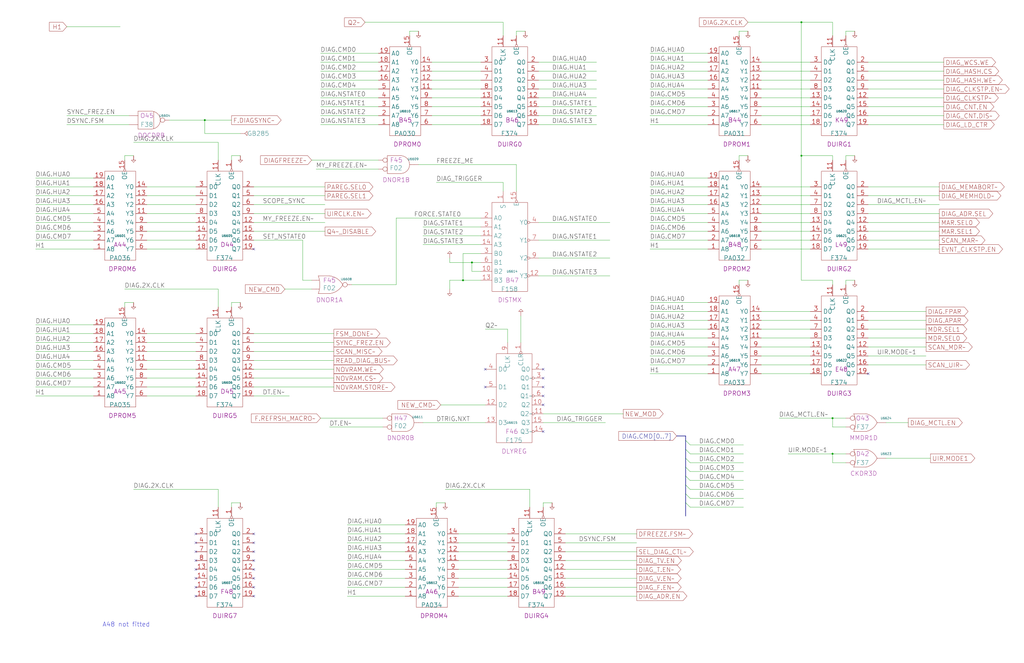
<source format=kicad_sch>
(kicad_sch (version 20230121) (generator eeschema)
  (paper "User" 584.2 378.46)
  (title_block (title "DIAGNOSTIC PROCESSOR") (date "20-MAR-90") (rev "1.0") (comment 1 "FIU") (comment 2 "232-003065") (comment 3 "S400") (comment 4 "RELEASED"))
  (junction (at 269.24 149.86))
  (junction (at 264.16 160.02))
  (junction (at 457.2 88.9))
  (junction (at 457.2 12.7))
  (junction (at 474.98 238.76))
  (junction (at 474.98 259.08))
  (junction (at 116.84 68.58))
  (no_connect (at 111.76 320.04))
  (no_connect (at 111.76 335.28))
  (no_connect (at 144.78 304.8))
  (no_connect (at 309.88 246.38))
  (no_connect (at 111.76 325.12))
  (no_connect (at 309.88 231.14))
  (no_connect (at 276.86 210.82))
  (no_connect (at 144.78 335.28))
  (no_connect (at 144.78 330.2))
  (no_connect (at 144.78 340.36))
  (no_connect (at 144.78 142.24))
  (no_connect (at 111.76 330.2))
  (no_connect (at 309.88 226.06))
  (no_connect (at 144.78 314.96))
  (no_connect (at 111.76 314.96))
  (no_connect (at 276.86 220.98))
  (no_connect (at 495.3 213.36))
  (no_connect (at 111.76 309.88))
  (no_connect (at 309.88 220.98))
  (no_connect (at 144.78 320.04))
  (no_connect (at 309.88 215.9))
  (no_connect (at 111.76 304.8))
  (no_connect (at 144.78 309.88))
  (no_connect (at 144.78 325.12))
  (no_connect (at 309.88 210.82))
  (no_connect (at 111.76 340.36))
  (bus_entry (at 391.16 271.78) (size 2.54 2.54))
  (bus_entry (at 391.16 251.46) (size 2.54 2.54))
  (bus_entry (at 391.16 281.94) (size 2.54 2.54))
  (bus_entry (at 391.16 256.54) (size 2.54 2.54))
  (bus_entry (at 391.16 266.7) (size 2.54 2.54))
  (bus_entry (at 391.16 287.02) (size 2.54 2.54))
  (bus_entry (at 391.16 261.62) (size 2.54 2.54))
  (bus_entry (at 391.16 276.86) (size 2.54 2.54))
  (wire (pts (xy 251.46 231.14) (xy 276.86 231.14)))
  (wire (pts (xy 482.6 17.78) (xy 482.6 20.32)))
  (wire (pts (xy 269.24 154.94) (xy 269.24 149.86)))
  (wire (pts (xy 426.72 17.78) (xy 421.64 17.78)))
  (wire (pts (xy 426.72 88.9) (xy 421.64 88.9)))
  (wire (pts (xy 144.78 205.74) (xy 190.5 205.74)))
  (wire (pts (xy 495.3 132.08) (xy 535.94 132.08)))
  (wire (pts (xy 83.82 132.08) (xy 111.76 132.08)))
  (bus (pts (xy 391.16 256.54) (xy 391.16 261.62)))
  (wire (pts (xy 198.12 309.88) (xy 231.14 309.88)))
  (wire (pts (xy 83.82 200.66) (xy 111.76 200.66)))
  (wire (pts (xy 307.34 147.32) (xy 347.98 147.32)))
  (wire (pts (xy 198.12 340.36) (xy 231.14 340.36)))
  (wire (pts (xy 20.32 101.6) (xy 53.34 101.6)))
  (wire (pts (xy 20.32 142.24) (xy 53.34 142.24)))
  (wire (pts (xy 309.88 236.22) (xy 355.6 236.22)))
  (wire (pts (xy 444.5 238.76) (xy 474.98 238.76)))
  (wire (pts (xy 307.34 137.16) (xy 347.98 137.16)))
  (wire (pts (xy 137.16 287.02) (xy 132.08 287.02)))
  (wire (pts (xy 144.78 127) (xy 185.42 127)))
  (wire (pts (xy 116.84 68.58) (xy 132.08 68.58)))
  (wire (pts (xy 226.06 162.56) (xy 200.66 162.56)))
  (wire (pts (xy 287.02 20.32) (xy 287.02 12.7)))
  (wire (pts (xy 144.78 210.82) (xy 190.5 210.82)))
  (wire (pts (xy 274.32 160.02) (xy 264.16 160.02)))
  (wire (pts (xy 274.32 149.86) (xy 269.24 149.86)))
  (wire (pts (xy 370.84 111.76) (xy 403.86 111.76)))
  (wire (pts (xy 421.64 160.02) (xy 421.64 162.56)))
  (wire (pts (xy 20.32 116.84) (xy 53.34 116.84)))
  (wire (pts (xy 434.34 50.8) (xy 462.28 50.8)))
  (wire (pts (xy 144.78 220.98) (xy 190.5 220.98)))
  (wire (pts (xy 434.34 71.12) (xy 462.28 71.12)))
  (wire (pts (xy 261.62 340.36) (xy 289.56 340.36)))
  (wire (pts (xy 20.32 132.08) (xy 53.34 132.08)))
  (wire (pts (xy 307.34 50.8) (xy 340.36 50.8)))
  (wire (pts (xy 144.78 215.9) (xy 190.5 215.9)))
  (wire (pts (xy 314.96 287.02) (xy 309.88 287.02)))
  (wire (pts (xy 307.34 66.04) (xy 340.36 66.04)))
  (wire (pts (xy 241.3 241.3) (xy 276.86 241.3)))
  (wire (pts (xy 246.38 55.88) (xy 274.32 55.88)))
  (wire (pts (xy 124.46 289.56) (xy 124.46 279.4)))
  (wire (pts (xy 495.3 193.04) (xy 528.32 193.04)))
  (wire (pts (xy 370.84 101.6) (xy 403.86 101.6)))
  (wire (pts (xy 144.78 200.66) (xy 190.5 200.66)))
  (wire (pts (xy 238.76 93.98) (xy 294.64 93.98)))
  (wire (pts (xy 76.2 81.28) (xy 124.46 81.28)))
  (bus (pts (xy 386.08 248.92) (xy 391.16 248.92)))
  (wire (pts (xy 83.82 210.82) (xy 111.76 210.82)))
  (wire (pts (xy 393.7 254) (xy 424.18 254)))
  (wire (pts (xy 487.68 160.02) (xy 482.6 160.02)))
  (wire (pts (xy 144.78 116.84) (xy 185.42 116.84)))
  (wire (pts (xy 474.98 91.44) (xy 474.98 88.9)))
  (wire (pts (xy 274.32 124.46) (xy 226.06 124.46)))
  (wire (pts (xy 307.34 40.64) (xy 340.36 40.64)))
  (wire (pts (xy 495.3 137.16) (xy 535.94 137.16)))
  (wire (pts (xy 198.12 299.72) (xy 231.14 299.72)))
  (wire (pts (xy 309.88 287.02) (xy 309.88 289.56)))
  (wire (pts (xy 261.62 304.8) (xy 289.56 304.8)))
  (wire (pts (xy 20.32 210.82) (xy 53.34 210.82)))
  (wire (pts (xy 495.3 66.04) (xy 538.48 66.04)))
  (wire (pts (xy 177.8 91.44) (xy 215.9 91.44)))
  (wire (pts (xy 307.34 35.56) (xy 340.36 35.56)))
  (wire (pts (xy 495.3 203.2) (xy 528.32 203.2)))
  (wire (pts (xy 172.72 160.02) (xy 172.72 137.16)))
  (wire (pts (xy 20.32 137.16) (xy 53.34 137.16)))
  (wire (pts (xy 261.62 330.2) (xy 289.56 330.2)))
  (wire (pts (xy 83.82 137.16) (xy 111.76 137.16)))
  (wire (pts (xy 434.34 55.88) (xy 462.28 55.88)))
  (wire (pts (xy 137.16 172.72) (xy 132.08 172.72)))
  (wire (pts (xy 370.84 106.68) (xy 403.86 106.68)))
  (wire (pts (xy 434.34 60.96) (xy 462.28 60.96)))
  (wire (pts (xy 246.38 35.56) (xy 274.32 35.56)))
  (bus (pts (xy 391.16 266.7) (xy 391.16 271.78)))
  (wire (pts (xy 302.26 289.56) (xy 302.26 279.4)))
  (wire (pts (xy 83.82 106.68) (xy 111.76 106.68)))
  (wire (pts (xy 370.84 71.12) (xy 403.86 71.12)))
  (wire (pts (xy 241.3 129.54) (xy 274.32 129.54)))
  (wire (pts (xy 83.82 111.76) (xy 111.76 111.76)))
  (wire (pts (xy 434.34 177.8) (xy 462.28 177.8)))
  (wire (pts (xy 474.98 264.16) (xy 474.98 259.08)))
  (wire (pts (xy 83.82 190.5) (xy 111.76 190.5)))
  (wire (pts (xy 208.28 12.7) (xy 287.02 12.7)))
  (wire (pts (xy 241.3 134.62) (xy 274.32 134.62)))
  (wire (pts (xy 83.82 127) (xy 111.76 127)))
  (wire (pts (xy 393.7 279.4) (xy 424.18 279.4)))
  (wire (pts (xy 38.1 15.24) (xy 68.58 15.24)))
  (wire (pts (xy 370.84 182.88) (xy 403.86 182.88)))
  (wire (pts (xy 261.62 325.12) (xy 289.56 325.12)))
  (wire (pts (xy 83.82 142.24) (xy 111.76 142.24)))
  (wire (pts (xy 180.34 96.52) (xy 215.9 96.52)))
  (wire (pts (xy 254 279.4) (xy 302.26 279.4)))
  (wire (pts (xy 287.02 109.22) (xy 287.02 104.14)))
  (wire (pts (xy 322.58 320.04) (xy 363.22 320.04)))
  (wire (pts (xy 322.58 335.28) (xy 363.22 335.28)))
  (wire (pts (xy 370.84 127) (xy 403.86 127)))
  (wire (pts (xy 20.32 195.58) (xy 53.34 195.58)))
  (wire (pts (xy 294.64 17.78) (xy 294.64 20.32)))
  (wire (pts (xy 370.84 55.88) (xy 403.86 55.88)))
  (wire (pts (xy 370.84 121.92) (xy 403.86 121.92)))
  (wire (pts (xy 144.78 226.06) (xy 165.1 226.06)))
  (wire (pts (xy 370.84 172.72) (xy 403.86 172.72)))
  (wire (pts (xy 274.32 154.94) (xy 269.24 154.94)))
  (wire (pts (xy 238.76 17.78) (xy 233.68 17.78)))
  (wire (pts (xy 137.16 88.9) (xy 132.08 88.9)))
  (wire (pts (xy 370.84 137.16) (xy 403.86 137.16)))
  (wire (pts (xy 307.34 157.48) (xy 347.98 157.48)))
  (wire (pts (xy 370.84 187.96) (xy 403.86 187.96)))
  (wire (pts (xy 20.32 200.66) (xy 53.34 200.66)))
  (wire (pts (xy 421.64 88.9) (xy 421.64 91.44)))
  (wire (pts (xy 144.78 111.76) (xy 185.42 111.76)))
  (wire (pts (xy 434.34 132.08) (xy 462.28 132.08)))
  (wire (pts (xy 505.46 261.62) (xy 530.86 261.62)))
  (wire (pts (xy 370.84 198.12) (xy 403.86 198.12)))
  (wire (pts (xy 457.2 12.7) (xy 457.2 88.9)))
  (wire (pts (xy 495.3 111.76) (xy 535.94 111.76)))
  (wire (pts (xy 71.12 88.9) (xy 71.12 91.44)))
  (wire (pts (xy 426.72 160.02) (xy 421.64 160.02)))
  (wire (pts (xy 71.12 172.72) (xy 71.12 175.26)))
  (wire (pts (xy 495.3 116.84) (xy 535.94 116.84)))
  (wire (pts (xy 20.32 121.92) (xy 53.34 121.92)))
  (wire (pts (xy 322.58 314.96) (xy 363.22 314.96)))
  (wire (pts (xy 495.3 55.88) (xy 538.48 55.88)))
  (wire (pts (xy 434.34 193.04) (xy 462.28 193.04)))
  (wire (pts (xy 495.3 187.96) (xy 528.32 187.96)))
  (wire (pts (xy 370.84 45.72) (xy 403.86 45.72)))
  (wire (pts (xy 474.98 238.76) (xy 482.6 238.76)))
  (wire (pts (xy 182.88 55.88) (xy 215.9 55.88)))
  (wire (pts (xy 246.38 66.04) (xy 274.32 66.04)))
  (wire (pts (xy 182.88 50.8) (xy 215.9 50.8)))
  (wire (pts (xy 370.84 142.24) (xy 403.86 142.24)))
  (wire (pts (xy 421.64 17.78) (xy 421.64 20.32)))
  (wire (pts (xy 434.34 182.88) (xy 462.28 182.88)))
  (wire (pts (xy 495.3 106.68) (xy 535.94 106.68)))
  (wire (pts (xy 198.12 325.12) (xy 231.14 325.12)))
  (wire (pts (xy 20.32 220.98) (xy 53.34 220.98)))
  (wire (pts (xy 393.7 264.16) (xy 424.18 264.16)))
  (wire (pts (xy 495.3 182.88) (xy 528.32 182.88)))
  (wire (pts (xy 20.32 226.06) (xy 53.34 226.06)))
  (wire (pts (xy 370.84 50.8) (xy 403.86 50.8)))
  (wire (pts (xy 434.34 106.68) (xy 462.28 106.68)))
  (wire (pts (xy 307.34 45.72) (xy 340.36 45.72)))
  (wire (pts (xy 182.88 40.64) (xy 215.9 40.64)))
  (wire (pts (xy 144.78 195.58) (xy 190.5 195.58)))
  (bus (pts (xy 391.16 281.94) (xy 391.16 287.02)))
  (wire (pts (xy 20.32 111.76) (xy 53.34 111.76)))
  (wire (pts (xy 449.58 259.08) (xy 474.98 259.08)))
  (wire (pts (xy 495.3 71.12) (xy 538.48 71.12)))
  (wire (pts (xy 124.46 175.26) (xy 124.46 165.1)))
  (wire (pts (xy 495.3 208.28) (xy 528.32 208.28)))
  (wire (pts (xy 116.84 76.2) (xy 116.84 68.58)))
  (wire (pts (xy 434.34 208.28) (xy 462.28 208.28)))
  (wire (pts (xy 495.3 50.8) (xy 538.48 50.8)))
  (wire (pts (xy 76.2 88.9) (xy 71.12 88.9)))
  (bus (pts (xy 391.16 261.62) (xy 391.16 266.7)))
  (wire (pts (xy 83.82 121.92) (xy 111.76 121.92)))
  (wire (pts (xy 246.38 60.96) (xy 274.32 60.96)))
  (wire (pts (xy 495.3 40.64) (xy 538.48 40.64)))
  (wire (pts (xy 264.16 160.02) (xy 256.54 160.02)))
  (wire (pts (xy 124.46 91.44) (xy 124.46 81.28)))
  (wire (pts (xy 144.78 132.08) (xy 185.42 132.08)))
  (wire (pts (xy 20.32 190.5) (xy 53.34 190.5)))
  (wire (pts (xy 370.84 193.04) (xy 403.86 193.04)))
  (wire (pts (xy 434.34 203.2) (xy 462.28 203.2)))
  (bus (pts (xy 391.16 276.86) (xy 391.16 281.94)))
  (wire (pts (xy 370.84 30.48) (xy 403.86 30.48)))
  (wire (pts (xy 294.64 109.22) (xy 294.64 93.98)))
  (wire (pts (xy 370.84 213.36) (xy 403.86 213.36)))
  (wire (pts (xy 264.16 144.78) (xy 264.16 160.02)))
  (wire (pts (xy 370.84 60.96) (xy 403.86 60.96)))
  (wire (pts (xy 474.98 160.02) (xy 457.2 160.02)))
  (wire (pts (xy 457.2 12.7) (xy 474.98 12.7)))
  (wire (pts (xy 261.62 320.04) (xy 289.56 320.04)))
  (wire (pts (xy 370.84 66.04) (xy 403.86 66.04)))
  (wire (pts (xy 434.34 40.64) (xy 462.28 40.64)))
  (wire (pts (xy 198.12 304.8) (xy 231.14 304.8)))
  (wire (pts (xy 20.32 127) (xy 53.34 127)))
  (wire (pts (xy 274.32 144.78) (xy 264.16 144.78)))
  (wire (pts (xy 495.3 45.72) (xy 538.48 45.72)))
  (wire (pts (xy 474.98 20.32) (xy 474.98 12.7)))
  (wire (pts (xy 495.3 142.24) (xy 535.94 142.24)))
  (wire (pts (xy 393.7 284.48) (xy 424.18 284.48)))
  (wire (pts (xy 322.58 340.36) (xy 363.22 340.36)))
  (wire (pts (xy 495.3 127) (xy 535.94 127)))
  (wire (pts (xy 299.72 17.78) (xy 294.64 17.78)))
  (wire (pts (xy 393.7 274.32) (xy 424.18 274.32)))
  (wire (pts (xy 434.34 116.84) (xy 462.28 116.84)))
  (wire (pts (xy 182.88 66.04) (xy 215.9 66.04)))
  (wire (pts (xy 182.88 45.72) (xy 215.9 45.72)))
  (wire (pts (xy 132.08 172.72) (xy 132.08 175.26)))
  (wire (pts (xy 83.82 195.58) (xy 111.76 195.58)))
  (wire (pts (xy 457.2 88.9) (xy 474.98 88.9)))
  (bus (pts (xy 391.16 287.02) (xy 391.16 294.64)))
  (wire (pts (xy 261.62 335.28) (xy 289.56 335.28)))
  (wire (pts (xy 434.34 213.36) (xy 462.28 213.36)))
  (wire (pts (xy 482.6 88.9) (xy 482.6 91.44)))
  (wire (pts (xy 20.32 215.9) (xy 53.34 215.9)))
  (wire (pts (xy 20.32 205.74) (xy 53.34 205.74)))
  (wire (pts (xy 38.1 71.12) (xy 73.66 71.12)))
  (wire (pts (xy 248.92 287.02) (xy 248.92 289.56)))
  (wire (pts (xy 269.24 149.86) (xy 256.54 149.86)))
  (wire (pts (xy 370.84 203.2) (xy 403.86 203.2)))
  (wire (pts (xy 495.3 60.96) (xy 538.48 60.96)))
  (wire (pts (xy 20.32 106.68) (xy 53.34 106.68)))
  (wire (pts (xy 71.12 165.1) (xy 124.46 165.1)))
  (wire (pts (xy 297.18 195.58) (xy 297.18 180.34)))
  (wire (pts (xy 370.84 177.8) (xy 403.86 177.8)))
  (wire (pts (xy 198.12 335.28) (xy 231.14 335.28)))
  (wire (pts (xy 233.68 17.78) (xy 233.68 20.32)))
  (wire (pts (xy 182.88 30.48) (xy 215.9 30.48)))
  (bus (pts (xy 391.16 248.92) (xy 391.16 251.46)))
  (wire (pts (xy 370.84 116.84) (xy 403.86 116.84)))
  (wire (pts (xy 254 287.02) (xy 248.92 287.02)))
  (wire (pts (xy 370.84 132.08) (xy 403.86 132.08)))
  (wire (pts (xy 256.54 149.86) (xy 256.54 147.32)))
  (wire (pts (xy 322.58 325.12) (xy 363.22 325.12)))
  (wire (pts (xy 307.34 127) (xy 347.98 127)))
  (wire (pts (xy 83.82 116.84) (xy 111.76 116.84)))
  (wire (pts (xy 307.34 71.12) (xy 340.36 71.12)))
  (wire (pts (xy 322.58 330.2) (xy 363.22 330.2)))
  (wire (pts (xy 457.2 88.9) (xy 457.2 160.02)))
  (wire (pts (xy 198.12 314.96) (xy 231.14 314.96)))
  (wire (pts (xy 256.54 160.02) (xy 256.54 165.1)))
  (wire (pts (xy 370.84 35.56) (xy 403.86 35.56)))
  (wire (pts (xy 495.3 177.8) (xy 528.32 177.8)))
  (wire (pts (xy 187.96 243.84) (xy 218.44 243.84)))
  (wire (pts (xy 474.98 243.84) (xy 474.98 238.76)))
  (wire (pts (xy 261.62 314.96) (xy 289.56 314.96)))
  (wire (pts (xy 241.3 139.7) (xy 274.32 139.7)))
  (wire (pts (xy 20.32 185.42) (xy 53.34 185.42)))
  (bus (pts (xy 391.16 251.46) (xy 391.16 256.54)))
  (wire (pts (xy 487.68 17.78) (xy 482.6 17.78)))
  (wire (pts (xy 495.3 198.12) (xy 528.32 198.12)))
  (wire (pts (xy 370.84 208.28) (xy 403.86 208.28)))
  (wire (pts (xy 132.08 88.9) (xy 132.08 91.44)))
  (wire (pts (xy 198.12 330.2) (xy 231.14 330.2)))
  (wire (pts (xy 83.82 205.74) (xy 111.76 205.74)))
  (wire (pts (xy 132.08 287.02) (xy 132.08 289.56)))
  (wire (pts (xy 434.34 66.04) (xy 462.28 66.04)))
  (wire (pts (xy 198.12 320.04) (xy 231.14 320.04)))
  (wire (pts (xy 246.38 40.64) (xy 274.32 40.64)))
  (wire (pts (xy 393.7 259.08) (xy 424.18 259.08)))
  (wire (pts (xy 307.34 60.96) (xy 340.36 60.96)))
  (wire (pts (xy 434.34 111.76) (xy 462.28 111.76)))
  (wire (pts (xy 137.16 76.2) (xy 116.84 76.2)))
  (wire (pts (xy 434.34 187.96) (xy 462.28 187.96)))
  (wire (pts (xy 144.78 190.5) (xy 190.5 190.5)))
  (wire (pts (xy 246.38 50.8) (xy 274.32 50.8)))
  (wire (pts (xy 307.34 55.88) (xy 340.36 55.88)))
  (wire (pts (xy 182.88 35.56) (xy 215.9 35.56)))
  (wire (pts (xy 495.3 35.56) (xy 538.48 35.56)))
  (bus (pts (xy 391.16 271.78) (xy 391.16 276.86)))
  (wire (pts (xy 226.06 124.46) (xy 226.06 162.56)))
  (wire (pts (xy 482.6 160.02) (xy 482.6 162.56)))
  (wire (pts (xy 434.34 198.12) (xy 462.28 198.12)))
  (wire (pts (xy 482.6 243.84) (xy 474.98 243.84)))
  (wire (pts (xy 289.56 195.58) (xy 289.56 187.96)))
  (wire (pts (xy 434.34 35.56) (xy 462.28 35.56)))
  (wire (pts (xy 246.38 71.12) (xy 274.32 71.12)))
  (wire (pts (xy 76.2 279.4) (xy 124.46 279.4)))
  (wire (pts (xy 393.7 289.56) (xy 424.18 289.56)))
  (wire (pts (xy 261.62 309.88) (xy 289.56 309.88)))
  (wire (pts (xy 322.58 304.8) (xy 363.22 304.8)))
  (wire (pts (xy 182.88 71.12) (xy 215.9 71.12)))
  (wire (pts (xy 434.34 45.72) (xy 462.28 45.72)))
  (wire (pts (xy 495.3 121.92) (xy 535.94 121.92)))
  (wire (pts (xy 434.34 142.24) (xy 462.28 142.24)))
  (wire (pts (xy 426.72 12.7) (xy 457.2 12.7)))
  (wire (pts (xy 83.82 226.06) (xy 111.76 226.06)))
  (wire (pts (xy 482.6 264.16) (xy 474.98 264.16)))
  (wire (pts (xy 474.98 162.56) (xy 474.98 160.02)))
  (wire (pts (xy 83.82 220.98) (xy 111.76 220.98)))
  (wire (pts (xy 172.72 137.16) (xy 144.78 137.16)))
  (wire (pts (xy 96.52 68.58) (xy 116.84 68.58)))
  (wire (pts (xy 434.34 127) (xy 462.28 127)))
  (wire (pts (xy 144.78 121.92) (xy 185.42 121.92)))
  (wire (pts (xy 474.98 259.08) (xy 482.6 259.08)))
  (wire (pts (xy 434.34 121.92) (xy 462.28 121.92)))
  (wire (pts (xy 144.78 106.68) (xy 185.42 106.68)))
  (wire (pts (xy 370.84 40.64) (xy 403.86 40.64)))
  (wire (pts (xy 246.38 45.72) (xy 274.32 45.72)))
  (wire (pts (xy 309.88 241.3) (xy 345.44 241.3)))
  (wire (pts (xy 83.82 215.9) (xy 111.76 215.9)))
  (wire (pts (xy 434.34 137.16) (xy 462.28 137.16)))
  (wire (pts (xy 76.2 172.72) (xy 71.12 172.72)))
  (wire (pts (xy 248.92 104.14) (xy 287.02 104.14)))
  (wire (pts (xy 487.68 88.9) (xy 482.6 88.9)))
  (wire (pts (xy 505.46 241.3) (xy 518.16 241.3)))
  (wire (pts (xy 182.88 60.96) (xy 215.9 60.96)))
  (wire (pts (xy 38.1 66.04) (xy 73.66 66.04)))
  (wire (pts (xy 182.88 238.76) (xy 218.44 238.76)))
  (wire (pts (xy 393.7 269.24) (xy 424.18 269.24)))
  (wire (pts (xy 162.56 165.1) (xy 177.8 165.1)))
  (wire (pts (xy 276.86 187.96) (xy 289.56 187.96)))
  (wire (pts (xy 322.58 309.88) (xy 363.22 309.88)))
  (wire (pts (xy 177.8 160.02) (xy 172.72 160.02)))
  (text "A48 not fitted\n" (at 58.42 358.14 0) (effects (font (size 2.54 2.54)) (justify left bottom)))
  (label "DIAG.CMD4" (at 398.78 274.32 0) (effects (font (size 2.54 2.54))))
  (label "DIAG.HUA4" (at 20.32 205.74 0) (effects (font (size 2.54 2.54))))
  (label "DT.EN~" (at 187.96 243.84 0) (effects (font (size 2.54 2.54))))
  (label "DIAG.HUA3" (at 20.32 200.66 0) (effects (font (size 2.54 2.54))))
  (label "DIAG.CMD7" (at 198.12 335.28 0) (effects (font (size 2.54 2.54))))
  (label "DIAG.STATE3" (at 241.3 139.7 0) (effects (font (size 2.54 2.54))))
  (label "DTRIG.NXT" (at 248.92 241.3 0) (effects (font (size 2.54 2.54))))
  (label "DIAG.HUA3" (at 314.96 50.8 0) (effects (font (size 2.54 2.54))))
  (label "DIAG.HUA0" (at 370.84 172.72 0) (effects (font (size 2.54 2.54))))
  (label "DIAG.CMD6" (at 370.84 203.2 0) (effects (font (size 2.54 2.54))))
  (label "DIAG.NSTATE3" (at 314.96 157.48 0) (effects (font (size 2.54 2.54))))
  (label "DIAG.CMD5" (at 20.32 210.82 0) (effects (font (size 2.54 2.54))))
  (label "DIAG.NSTATE1" (at 182.88 60.96 0) (effects (font (size 2.54 2.54))))
  (label "DT.EN~" (at 149.86 226.06 0) (effects (font (size 2.54 2.54))))
  (label "DIAG.STATE1" (at 241.3 129.54 0) (effects (font (size 2.54 2.54))))
  (label "DIAG.CMD3" (at 398.78 269.24 0) (effects (font (size 2.54 2.54))))
  (label "H1" (at 20.32 226.06 0) (effects (font (size 2.54 2.54))))
  (label "DIAG.HUA2" (at 198.12 309.88 0) (effects (font (size 2.54 2.54))))
  (label "UIR.MODE~1" (at 500.38 203.2 0) (effects (font (size 2.54 2.54))))
  (label "DIAG.HUA3" (at 198.12 314.96 0) (effects (font (size 2.54 2.54))))
  (label "DIAG.HUA2" (at 370.84 182.88 0) (effects (font (size 2.54 2.54))))
  (label "DIAG.HUA3" (at 370.84 116.84 0) (effects (font (size 2.54 2.54))))
  (label "DIAG.CMD6" (at 398.78 284.48 0) (effects (font (size 2.54 2.54))))
  (label "DIAG.HUA1" (at 370.84 177.8 0) (effects (font (size 2.54 2.54))))
  (label "H1" (at 370.84 71.12 0) (effects (font (size 2.54 2.54))))
  (label "DIAG.HUA4" (at 370.84 50.8 0) (effects (font (size 2.54 2.54))))
  (label "DIAG.CMD6" (at 370.84 132.08 0) (effects (font (size 2.54 2.54))))
  (label "MY_FREEZE.EN~" (at 149.86 127 0) (effects (font (size 2.54 2.54))))
  (label "DIAG.HUA3" (at 370.84 45.72 0) (effects (font (size 2.54 2.54))))
  (label "MY_FREEZE.EN~" (at 180.34 96.52 0) (effects (font (size 2.54 2.54))))
  (label "DIAG.CMD0" (at 182.88 30.48 0) (effects (font (size 2.54 2.54))))
  (label "DIAG.CMD5" (at 370.84 198.12 0) (effects (font (size 2.54 2.54))))
  (label "DIAG.NSTATE0" (at 182.88 55.88 0) (effects (font (size 2.54 2.54))))
  (label "SYNC_FREZ.EN" (at 38.1 66.04 0) (effects (font (size 2.54 2.54))))
  (label "SET_NSTATE0" (at 149.86 137.16 0) (effects (font (size 2.54 2.54))))
  (label "DIAG.2X.CLK" (at 71.12 165.1 0) (effects (font (size 2.54 2.54))))
  (label "DIAG.2X.CLK" (at 76.2 81.28 0) (effects (font (size 2.54 2.54))))
  (label "DIAG.HUA1" (at 20.32 190.5 0) (effects (font (size 2.54 2.54))))
  (label "H1" (at 370.84 142.24 0) (effects (font (size 2.54 2.54))))
  (label "DIAG.CMD6" (at 20.32 215.9 0) (effects (font (size 2.54 2.54))))
  (label "DIAG.NSTATE2" (at 314.96 147.32 0) (effects (font (size 2.54 2.54))))
  (label "DIAG.CMD2" (at 398.78 264.16 0) (effects (font (size 2.54 2.54))))
  (label "H1" (at 370.84 213.36 0) (effects (font (size 2.54 2.54))))
  (label "DIAG.STATE1" (at 314.96 60.96 0) (effects (font (size 2.54 2.54))))
  (label "DIAG.NSTATE3" (at 182.88 71.12 0) (effects (font (size 2.54 2.54))))
  (label "DIAG.HUA1" (at 198.12 304.8 0) (effects (font (size 2.54 2.54))))
  (label "DIAG.CMD7" (at 398.78 289.56 0) (effects (font (size 2.54 2.54))))
  (label "DIAG.NSTATE1" (at 314.96 137.16 0) (effects (font (size 2.54 2.54))))
  (label "DIAG.NSTATE2" (at 182.88 66.04 0) (effects (font (size 2.54 2.54))))
  (label "DIAG.CMD7" (at 20.32 137.16 0) (effects (font (size 2.54 2.54))))
  (label "DIAG.CMD7" (at 370.84 208.28 0) (effects (font (size 2.54 2.54))))
  (label "DIAG_TRIGGER" (at 317.5 241.3 0) (effects (font (size 2.54 2.54))))
  (label "DIAG.2X.CLK" (at 254 279.4 0) (effects (font (size 2.54 2.54))))
  (label "DIAG.HUA1" (at 370.84 106.68 0) (effects (font (size 2.54 2.54))))
  (label "SCOPE_SYNC" (at 149.86 116.84 0) (effects (font (size 2.54 2.54))))
  (label "DIAG.HUA0" (at 20.32 101.6 0) (effects (font (size 2.54 2.54))))
  (label "DIAG.CMD5" (at 370.84 55.88 0) (effects (font (size 2.54 2.54))))
  (label "H1" (at 20.32 142.24 0) (effects (font (size 2.54 2.54))))
  (label "H1" (at 198.12 340.36 0) (effects (font (size 2.54 2.54))))
  (label "DIAG.HUA3" (at 370.84 187.96 0) (effects (font (size 2.54 2.54))))
  (label "DIAG.CMD4" (at 182.88 50.8 0) (effects (font (size 2.54 2.54))))
  (label "FREEZE_ME" (at 248.92 93.98 0) (effects (font (size 2.54 2.54))))
  (label "DSYNC.FSM" (at 38.1 71.12 0) (effects (font (size 2.54 2.54))))
  (label "DIAG.2X.CLK" (at 76.2 279.4 0) (effects (font (size 2.54 2.54))))
  (label "DIAG.STATE2" (at 241.3 134.62 0) (effects (font (size 2.54 2.54))))
  (label "DIAG.CMD7" (at 370.84 137.16 0) (effects (font (size 2.54 2.54))))
  (label "DIAG.HUA2" (at 20.32 111.76 0) (effects (font (size 2.54 2.54))))
  (label "DIAG.STATE2" (at 314.96 66.04 0) (effects (font (size 2.54 2.54))))
  (label "DIAG.HUA4" (at 370.84 121.92 0) (effects (font (size 2.54 2.54))))
  (label "DIAG.CMD5" (at 370.84 127 0) (effects (font (size 2.54 2.54))))
  (label "DIAG.CMD7" (at 370.84 66.04 0) (effects (font (size 2.54 2.54))))
  (label "DIAG_MCTL.EN~" (at 500.38 116.84 0) (effects (font (size 2.54 2.54))))
  (label "DIAG.HUA1" (at 370.84 35.56 0) (effects (font (size 2.54 2.54))))
  (label "DSYNC.FSM" (at 330.2 309.88 0) (effects (font (size 2.54 2.54))))
  (label "DIAG.HUA3" (at 20.32 116.84 0) (effects (font (size 2.54 2.54))))
  (label "Q2~" (at 276.86 187.96 0) (effects (font (size 2.54 2.54))))
  (label "UIR.MODE~1" (at 449.58 259.08 0) (effects (font (size 2.54 2.54))))
  (label "DIAG.HUA2" (at 20.32 195.58 0) (effects (font (size 2.54 2.54))))
  (label "DIAG.HUA2" (at 370.84 111.76 0) (effects (font (size 2.54 2.54))))
  (label "DIAG.CMD3" (at 182.88 45.72 0) (effects (font (size 2.54 2.54))))
  (label "DIAG.HUA0" (at 20.32 185.42 0) (effects (font (size 2.54 2.54))))
  (label "DIAG.CMD2" (at 182.88 40.64 0) (effects (font (size 2.54 2.54))))
  (label "DIAG_TRIGGER" (at 248.92 104.14 0) (effects (font (size 2.54 2.54))))
  (label "DIAG.HUA2" (at 370.84 40.64 0) (effects (font (size 2.54 2.54))))
  (label "DIAG.NSTATE0" (at 314.96 127 0) (effects (font (size 2.54 2.54))))
  (label "DIAG.HUA2" (at 314.96 45.72 0) (effects (font (size 2.54 2.54))))
  (label "DIAG.HUA1" (at 20.32 106.68 0) (effects (font (size 2.54 2.54))))
  (label "DIAG.CMD6" (at 20.32 132.08 0) (effects (font (size 2.54 2.54))))
  (label "DIAG.CMD1" (at 398.78 259.08 0) (effects (font (size 2.54 2.54))))
  (label "DIAG.HUA4" (at 20.32 121.92 0) (effects (font (size 2.54 2.54))))
  (label "DIAG.CMD6" (at 198.12 330.2 0) (effects (font (size 2.54 2.54))))
  (label "DIAG.HUA1" (at 314.96 40.64 0) (effects (font (size 2.54 2.54))))
  (label "DIAG.HUA4" (at 314.96 55.88 0) (effects (font (size 2.54 2.54))))
  (label "DIAG.CMD5" (at 20.32 127 0) (effects (font (size 2.54 2.54))))
  (label "DIAG.HUA0" (at 198.12 299.72 0) (effects (font (size 2.54 2.54))))
  (label "DIAG.CMD7" (at 20.32 220.98 0) (effects (font (size 2.54 2.54))))
  (label "DIAG.CMD0" (at 398.78 254 0) (effects (font (size 2.54 2.54))))
  (label "DIAG.HUA0" (at 314.96 35.56 0) (effects (font (size 2.54 2.54))))
  (label "DIAG.HUA4" (at 370.84 193.04 0) (effects (font (size 2.54 2.54))))
  (label "DIAG.HUA0" (at 370.84 30.48 0) (effects (font (size 2.54 2.54))))
  (label "DIAG.STATE3" (at 314.96 71.12 0) (effects (font (size 2.54 2.54))))
  (label "DIAG.CMD1" (at 182.88 35.56 0) (effects (font (size 2.54 2.54))))
  (label "DIAG.CMD5" (at 198.12 325.12 0) (effects (font (size 2.54 2.54))))
  (label "FORCE.STATE0" (at 236.22 124.46 0) (effects (font (size 2.54 2.54))))
  (label "DIAG.HUA0" (at 370.84 101.6 0) (effects (font (size 2.54 2.54))))
  (label "DIAG.CMD6" (at 370.84 60.96 0) (effects (font (size 2.54 2.54))))
  (label "DIAG.HUA4" (at 198.12 320.04 0) (effects (font (size 2.54 2.54))))
  (label "DIAG.CMD5" (at 398.78 279.4 0) (effects (font (size 2.54 2.54))))
  (label "DIAG_MCTL.EN~" (at 444.5 238.76 0) (effects (font (size 2.54 2.54))))
  (global_label "DIAG_ADR.EN" (shape output) (at 363.22 340.36 0) (effects (font (size 2.54 2.54))) (property "Intersheetrefs" "${INTERSHEET_REFS}" (at 391.6831 340.2013 0) (effects (font (size 1.905 1.905)) (justify left))))
  (global_label "SEL_DIAG_CTL~" (shape output) (at 363.22 314.96 0) (effects (font (size 2.54 2.54))) (property "Intersheetrefs" "${INTERSHEET_REFS}" (at 395.3117 314.8013 0) (effects (font (size 1.905 1.905)) (justify left))))
  (global_label "UIRCLK.EN~" (shape output) (at 185.42 121.92 0) (effects (font (size 2.54 2.54))) (property "Intersheetrefs" "${INTERSHEET_REFS}" (at 211.585 121.7613 0) (effects (font (size 1.905 1.905)) (justify left))))
  (global_label "SCAN_MDR~" (shape output) (at 528.32 198.12 0) (effects (font (size 2.54 2.54))) (property "Intersheetrefs" "${INTERSHEET_REFS}" (at 554.485 197.9613 0) (effects (font (size 1.905 1.905)) (justify left))))
  (global_label "DIAG_MEMABORT~" (shape output) (at 535.94 106.68 0) (effects (font (size 2.54 2.54))) (property "Intersheetrefs" "${INTERSHEET_REFS}" (at 572.7488 106.5213 0) (effects (font (size 1.905 1.905)) (justify left))))
  (global_label "DIAGFREEZE~" (shape input) (at 177.8 91.44 180) (effects (font (size 2.54 2.54))) (property "Intersheetrefs" "${INTERSHEET_REFS}" (at 148.8531 91.2813 0) (effects (font (size 1.905 1.905)) (justify right))))
  (global_label "DIAG_CNT.EN" (shape output) (at 538.48 60.96 0) (effects (font (size 2.54 2.54))) (property "Intersheetrefs" "${INTERSHEET_REFS}" (at 566.8222 60.8013 0) (effects (font (size 1.905 1.905)) (justify left))))
  (global_label "DIAG_V.EN~" (shape output) (at 363.22 330.2 0) (effects (font (size 2.54 2.54))) (property "Intersheetrefs" "${INTERSHEET_REFS}" (at 388.4174 330.0413 0) (effects (font (size 1.905 1.905)) (justify left))))
  (global_label "DIAG.FPAR" (shape output) (at 528.32 177.8 0) (effects (font (size 2.54 2.54))) (property "Intersheetrefs" "${INTERSHEET_REFS}" (at 552.066 177.6413 0) (effects (font (size 1.905 1.905)) (justify left))))
  (global_label "Q2~" (shape input) (at 208.28 12.7 180) (effects (font (size 2.54 2.54))) (property "Intersheetrefs" "${INTERSHEET_REFS}" (at 196.7502 12.5413 0) (effects (font (size 1.905 1.905)) (justify right))))
  (global_label "DIAG_MCTL.EN" (shape output) (at 518.16 241.3 0) (effects (font (size 2.54 2.54))) (property "Intersheetrefs" "${INTERSHEET_REFS}" (at 548.8003 241.1413 0) (effects (font (size 1.905 1.905)) (justify left))))
  (global_label "NEW_CMD" (shape input) (at 162.56 165.1 180) (effects (font (size 2.54 2.54))) (property "Intersheetrefs" "${INTERSHEET_REFS}" (at 140.1445 164.9413 0) (effects (font (size 1.905 1.905)) (justify right))))
  (global_label "NEW_CMD~" (shape input) (at 251.46 231.14 180) (effects (font (size 2.54 2.54))) (property "Intersheetrefs" "${INTERSHEET_REFS}" (at 227.2302 230.9813 0) (effects (font (size 1.905 1.905)) (justify right))))
  (global_label "H1" (shape input) (at 38.1 15.24 180) (effects (font (size 2.54 2.54))) (property "Intersheetrefs" "${INTERSHEET_REFS}" (at 28.3845 15.0813 0) (effects (font (size 1.905 1.905)) (justify right))))
  (global_label "F.REFRSH_MACRO~" (shape input) (at 182.88 238.76 180) (effects (font (size 2.54 2.54))) (property "Intersheetrefs" "${INTERSHEET_REFS}" (at 143.4616 238.6013 0) (effects (font (size 1.905 1.905)) (justify right))))
  (global_label "MDR.SEL0" (shape output) (at 528.32 193.04 0) (effects (font (size 2.54 2.54))) (property "Intersheetrefs" "${INTERSHEET_REFS}" (at 551.3403 192.8813 0) (effects (font (size 1.905 1.905)) (justify left))))
  (global_label "SCAN_MISC~" (shape output) (at 190.5 200.66 0) (effects (font (size 2.54 2.54))) (property "Intersheetrefs" "${INTERSHEET_REFS}" (at 217.7536 200.5013 0) (effects (font (size 1.905 1.905)) (justify left))))
  (global_label "DIAG_WCS.WE" (shape output) (at 538.48 35.56 0) (effects (font (size 2.54 2.54))) (property "Intersheetrefs" "${INTERSHEET_REFS}" (at 567.7898 35.4013 0) (effects (font (size 1.905 1.905)) (justify left))))
  (global_label "DIAG_T.EN~" (shape output) (at 363.22 325.12 0) (effects (font (size 2.54 2.54))) (property "Intersheetrefs" "${INTERSHEET_REFS}" (at 388.1755 324.9613 0) (effects (font (size 1.905 1.905)) (justify left))))
  (global_label "DIAG_CNT.DIS~" (shape output) (at 538.48 66.04 0) (effects (font (size 2.54 2.54))) (property "Intersheetrefs" "${INTERSHEET_REFS}" (at 569.846 65.8813 0) (effects (font (size 1.905 1.905)) (justify left))))
  (global_label "DIAG_HASH.WE~" (shape output) (at 538.48 45.72 0) (effects (font (size 2.54 2.54))) (property "Intersheetrefs" "${INTERSHEET_REFS}" (at 571.6603 45.5613 0) (effects (font (size 1.905 1.905)) (justify left))))
  (global_label "Q4~_DISABLE" (shape output) (at 185.42 132.08 0) (effects (font (size 2.54 2.54))) (property "Intersheetrefs" "${INTERSHEET_REFS}" (at 214.3155 131.9213 0) (effects (font (size 1.905 1.905)) (justify left))))
  (global_label "DIAG_ADR.SEL" (shape output) (at 535.94 121.92 0) (effects (font (size 2.54 2.54))) (property "Intersheetrefs" "${INTERSHEET_REFS}" (at 566.2174 121.7613 0) (effects (font (size 1.905 1.905)) (justify left))))
  (global_label "DIAG_LD_CTR" (shape output) (at 538.48 71.12 0) (effects (font (size 2.54 2.54))) (property "Intersheetrefs" "${INTERSHEET_REFS}" (at 567.0641 70.9613 0) (effects (font (size 1.905 1.905)) (justify left))))
  (global_label "EVNT_CLKSTP.EN" (shape output) (at 535.94 142.24 0) (effects (font (size 2.54 2.54))) (property "Intersheetrefs" "${INTERSHEET_REFS}" (at 571.7812 142.0813 0) (effects (font (size 1.905 1.905)) (justify left))))
  (global_label "SCAN_UIR~" (shape output) (at 528.32 208.28 0) (effects (font (size 2.54 2.54))) (property "Intersheetrefs" "${INTERSHEET_REFS}" (at 552.9126 208.1213 0) (effects (font (size 1.905 1.905)) (justify left))))
  (global_label "MDR.SEL1" (shape output) (at 528.32 187.96 0) (effects (font (size 2.54 2.54))) (property "Intersheetrefs" "${INTERSHEET_REFS}" (at 551.3403 187.8013 0) (effects (font (size 1.905 1.905)) (justify left))))
  (global_label "MAR.SEL0" (shape output) (at 535.94 127 0) (effects (font (size 2.54 2.54))) (property "Intersheetrefs" "${INTERSHEET_REFS}" (at 558.5974 126.8413 0) (effects (font (size 1.905 1.905)) (justify left))))
  (global_label "DIAG_CLKSTP~" (shape output) (at 538.48 55.88 0) (effects (font (size 2.54 2.54))) (property "Intersheetrefs" "${INTERSHEET_REFS}" (at 569.3622 55.7213 0) (effects (font (size 1.905 1.905)) (justify left))))
  (global_label "MAR.SEL1" (shape output) (at 535.94 132.08 0) (effects (font (size 2.54 2.54))) (property "Intersheetrefs" "${INTERSHEET_REFS}" (at 558.5974 131.9213 0) (effects (font (size 1.905 1.905)) (justify left))))
  (global_label "DIAG.APAR" (shape output) (at 528.32 182.88 0) (effects (font (size 2.54 2.54))) (property "Intersheetrefs" "${INTERSHEET_REFS}" (at 552.066 182.7213 0) (effects (font (size 1.905 1.905)) (justify left))))
  (global_label "DIAG_CLKSTP.EN~" (shape output) (at 538.48 50.8 0) (effects (font (size 2.54 2.54))) (property "Intersheetrefs" "${INTERSHEET_REFS}" (at 575.5307 50.6413 0) (effects (font (size 1.905 1.905)) (justify left))))
  (global_label "NOVRAM.STORE~" (shape output) (at 190.5 220.98 0) (effects (font (size 2.54 2.54))) (property "Intersheetrefs" "${INTERSHEET_REFS}" (at 225.1317 220.8213 0) (effects (font (size 1.905 1.905)) (justify left))))
  (global_label "DIAG_MEMHOLD~" (shape output) (at 535.94 111.76 0) (effects (font (size 2.54 2.54))) (property "Intersheetrefs" "${INTERSHEET_REFS}" (at 570.8136 111.6013 0) (effects (font (size 1.905 1.905)) (justify left))))
  (global_label "NEW_MOD" (shape output) (at 355.6 236.22 0) (effects (font (size 2.54 2.54))) (property "Intersheetrefs" "${INTERSHEET_REFS}" (at 378.1365 236.0613 0) (effects (font (size 1.905 1.905)) (justify left))))
  (global_label "SCAN_MAR~" (shape output) (at 535.94 137.16 0) (effects (font (size 2.54 2.54))) (property "Intersheetrefs" "${INTERSHEET_REFS}" (at 561.7422 137.0013 0) (effects (font (size 1.905 1.905)) (justify left))))
  (global_label "NOVRAM.CS~" (shape output) (at 190.5 215.9 0) (effects (font (size 2.54 2.54))) (property "Intersheetrefs" "${INTERSHEET_REFS}" (at 218.2374 215.7413 0) (effects (font (size 1.905 1.905)) (justify left))))
  (global_label "DIAG_F.EN~" (shape output) (at 363.22 335.28 0) (effects (font (size 2.54 2.54))) (property "Intersheetrefs" "${INTERSHEET_REFS}" (at 388.4174 335.1213 0) (effects (font (size 1.905 1.905)) (justify left))))
  (global_label "DIAG.CMD[0..7]" (shape input) (at 386.08 248.92 180) (effects (font (size 2.54 2.54))) (property "Intersheetrefs" "${INTERSHEET_REFS}" (at 353.1416 248.7613 0) (effects (font (size 1.905 1.905)) (justify right))))
  (global_label "DIAG_TV.EN" (shape output) (at 363.22 320.04 0) (effects (font (size 2.54 2.54))) (property "Intersheetrefs" "${INTERSHEET_REFS}" (at 388.5384 319.8813 0) (effects (font (size 1.905 1.905)) (justify left))))
  (global_label "UIR.MODE1" (shape output) (at 530.86 261.62 0) (effects (font (size 2.54 2.54))) (property "Intersheetrefs" "${INTERSHEET_REFS}" (at 556.127 261.4613 0) (effects (font (size 1.905 1.905)) (justify left))))
  (global_label "DIAG_HASH.CS" (shape output) (at 538.48 40.64 0) (effects (font (size 2.54 2.54))) (property "Intersheetrefs" "${INTERSHEET_REFS}" (at 569.7946 40.4813 0) (effects (font (size 1.905 1.905)) (justify left))))
  (global_label "DFREEZE.FSM~" (shape output) (at 363.22 304.8 0) (effects (font (size 2.54 2.54))) (property "Intersheetrefs" "${INTERSHEET_REFS}" (at 394.9488 304.6413 0) (effects (font (size 1.905 1.905)) (justify left))))
  (global_label "SYNC_FREZ.EN" (shape output) (at 190.5 195.58 0) (effects (font (size 2.54 2.54))) (property "Intersheetrefs" "${INTERSHEET_REFS}" (at 222.4707 195.4213 0) (effects (font (size 1.905 1.905)) (justify left))))
  (global_label "DIAG.2X.CLK" (shape input) (at 426.72 12.7 180) (effects (font (size 2.54 2.54))) (property "Intersheetrefs" "${INTERSHEET_REFS}" (at 399.2245 12.5413 0) (effects (font (size 1.905 1.905)) (justify right))))
  (global_label "FSM_DONE~" (shape output) (at 190.5 190.5 0) (effects (font (size 2.54 2.54))) (property "Intersheetrefs" "${INTERSHEET_REFS}" (at 216.5441 190.3413 0) (effects (font (size 1.905 1.905)) (justify left))))
  (global_label "PAREG.SEL0" (shape output) (at 185.42 106.68 0) (effects (font (size 2.54 2.54))) (property "Intersheetrefs" "${INTERSHEET_REFS}" (at 212.5526 106.5213 0) (effects (font (size 1.905 1.905)) (justify left))))
  (global_label "NOVRAM.WE~" (shape output) (at 190.5 210.82 0) (effects (font (size 2.54 2.54))) (property "Intersheetrefs" "${INTERSHEET_REFS}" (at 218.4793 210.6613 0) (effects (font (size 1.905 1.905)) (justify left))))
  (global_label "PAREG.SEL1" (shape output) (at 185.42 111.76 0) (effects (font (size 2.54 2.54))) (property "Intersheetrefs" "${INTERSHEET_REFS}" (at 212.5526 111.6013 0) (effects (font (size 1.905 1.905)) (justify left))))
  (global_label "READ_DIAG_BUS~" (shape output) (at 190.5 205.74 0) (effects (font (size 2.54 2.54))) (property "Intersheetrefs" "${INTERSHEET_REFS}" (at 226.4622 205.5813 0) (effects (font (size 1.905 1.905)) (justify left))))
  (global_label "F.DIAGSYNC~" (shape output) (at 132.08 68.58 0) (effects (font (size 2.54 2.54))) (property "Intersheetrefs" "${INTERSHEET_REFS}" (at 160.1803 68.4213 0) (effects (font (size 1.905 1.905)) (justify left))))
  (symbol (lib_id "r1000:PAxxx") (at 416.56 68.58 0) (unit 1)
    (property "Reference" "U6617" (at 419.1 63.5 0))
    (property "Value" "PA031" (at 412.75 76.2 0) (effects (font (size 2.54 2.54)) (justify left)))
    (property "Location" "B44" (at 415.29 68.58 0) (effects (font (size 2.54 2.54)) (justify left)))
    (property "Name" "DPROM1" (at 420.37 83.82 0) (effects (font (size 2.54 2.54)) (justify bottom)))
  )
  (symbol (lib_id "r1000:PD") (at 426.72 160.02 0) (unit 1) (in_bom no)
    (property "Reference" "#PWR0222" (effects hide))
    (property "Value" "PD" (effects hide))
  )
  (symbol (lib_id "r1000:F374") (at 477.52 139.7 0) (unit 1)
    (property "Reference" "U6621" (at 480.06 134.62 0))
    (property "Value" "F374" (at 473.71 147.32 0) (effects (font (size 2.54 2.54)) (justify left)))
    (property "Location" "L49" (at 476.25 139.7 0) (effects (font (size 2.54 2.54)) (justify left)))
    (property "Name" "DUIRG2" (at 478.79 154.94 0) (effects (font (size 2.54 2.54)) (justify bottom)))
  )
  (symbol (lib_id "r1000:F02") (at 223.52 91.44 0) (unit 1) (convert 2)
    (property "Reference" "U6609" (at 235.68 90.805 0))
    (property "Value" "F02" (at 222.25 95.885 0) (effects (font (size 2.54 2.54)) (justify left)))
    (property "Location" "F45" (at 226.06 91.44 0) (effects (font (size 2.54 2.54))))
    (property "Name" "DNOR1B" (at 226.06 104.14 0) (effects (font (size 2.54 2.54)) (justify bottom)))
  )
  (symbol (lib_id "r1000:PD") (at 76.2 172.72 0) (unit 1) (in_bom no)
    (property "Reference" "#PWR0225" (effects hide))
    (property "Value" "PD" (effects hide))
  )
  (symbol (lib_id "r1000:F374") (at 477.52 68.58 0) (unit 1)
    (property "Reference" "U6620" (at 480.06 63.5 0))
    (property "Value" "F374" (at 473.71 76.2 0) (effects (font (size 2.54 2.54)) (justify left)))
    (property "Location" "K49" (at 476.25 68.58 0) (effects (font (size 2.54 2.54)) (justify left)))
    (property "Name" "DUIRG1" (at 478.79 83.82 0) (effects (font (size 2.54 2.54)) (justify bottom)))
  )
  (symbol (lib_id "r1000:F175") (at 289.56 246.38 0) (unit 1)
    (property "Reference" "U6615" (at 292.1 241.3 0))
    (property "Value" "F175" (at 288.29 251.46 0) (effects (font (size 2.54 2.54)) (justify left)))
    (property "Location" "F46" (at 288.29 246.38 0) (effects (font (size 2.54 2.54)) (justify left)))
    (property "Name" "DLYREG" (at 293.37 259.08 0) (effects (font (size 2.54 2.54)) (justify bottom)))
  )
  (symbol (lib_id "r1000:PD") (at 137.16 172.72 0) (unit 1) (in_bom no)
    (property "Reference" "#PWR0226" (effects hide))
    (property "Value" "PD" (effects hide))
  )
  (symbol (lib_id "r1000:PD") (at 254 287.02 0) (unit 1) (in_bom no)
    (property "Reference" "#PWR0224" (effects hide))
    (property "Value" "PD" (effects hide))
  )
  (symbol (lib_id "r1000:PD") (at 487.68 160.02 0) (unit 1) (in_bom no)
    (property "Reference" "#PWR0221" (effects hide))
    (property "Value" "PD" (effects hide))
  )
  (symbol (lib_id "r1000:PAxxx") (at 416.56 210.82 0) (unit 1)
    (property "Reference" "U6619" (at 419.1 205.74 0))
    (property "Value" "PA033" (at 412.75 218.44 0) (effects (font (size 2.54 2.54)) (justify left)))
    (property "Location" "A47" (at 415.29 210.82 0) (effects (font (size 2.54 2.54)) (justify left)))
    (property "Name" "DPROM3" (at 420.37 226.06 0) (effects (font (size 2.54 2.54)) (justify bottom)))
  )
  (symbol (lib_id "r1000:F374") (at 127 337.82 0) (unit 1)
    (property "Reference" "U6607" (at 129.54 332.74 0))
    (property "Value" "F374" (at 123.19 345.44 0) (effects (font (size 2.54 2.54)) (justify left)))
    (property "Location" "F48" (at 125.73 337.82 0) (effects (font (size 2.54 2.54)) (justify left)))
    (property "Name" "DUIRG7" (at 128.27 353.06 0) (effects (font (size 2.54 2.54)) (justify bottom)))
  )
  (symbol (lib_id "r1000:PD") (at 487.68 88.9 0) (unit 1) (in_bom no)
    (property "Reference" "#PWR0219" (effects hide))
    (property "Value" "PD" (effects hide))
  )
  (symbol (lib_id "r1000:F374") (at 477.52 210.82 0) (unit 1)
    (property "Reference" "U6622" (at 480.06 205.74 0))
    (property "Value" "F374" (at 473.71 218.44 0) (effects (font (size 2.54 2.54)) (justify left)))
    (property "Location" "E48" (at 476.25 210.82 0) (effects (font (size 2.54 2.54)) (justify left)))
    (property "Name" "DUIRG3" (at 478.79 226.06 0) (effects (font (size 2.54 2.54)) (justify bottom)))
  )
  (symbol (lib_id "r1000:F374") (at 127 139.7 0) (unit 1)
    (property "Reference" "U6605" (at 129.54 134.62 0))
    (property "Value" "F374" (at 123.19 147.32 0) (effects (font (size 2.54 2.54)) (justify left)))
    (property "Location" "D44" (at 125.73 139.7 0) (effects (font (size 2.54 2.54)) (justify left)))
    (property "Name" "DUIRG6" (at 128.27 154.94 0) (effects (font (size 2.54 2.54)) (justify bottom)))
  )
  (symbol (lib_id "r1000:PD") (at 76.2 88.9 0) (unit 1) (in_bom no)
    (property "Reference" "#PWR0227" (effects hide))
    (property "Value" "PD" (effects hide))
  )
  (symbol (lib_id "r1000:F38") (at 81.28 68.58 0) (unit 1)
    (property "Reference" "U6604" (at 93.98 66.04 0))
    (property "Value" "F38" (at 83.82 71.12 0) (effects (font (size 2.54 2.54))))
    (property "Location" "O45" (at 83.82 66.04 0) (effects (font (size 2.54 2.54))))
    (property "Name" "DOCDRB" (at 86.36 78.74 0) (effects (font (size 2.54 2.54)) (justify bottom)))
  )
  (symbol (lib_id "r1000:PD") (at 238.76 17.78 0) (unit 1) (in_bom no)
    (property "Reference" "#PWR0229" (effects hide))
    (property "Value" "PD" (effects hide))
  )
  (symbol (lib_id "r1000:PD") (at 137.16 287.02 0) (unit 1) (in_bom no)
    (property "Reference" "#PWR0228" (effects hide))
    (property "Value" "PD" (effects hide))
  )
  (symbol (lib_id "r1000:PAxxx") (at 66.04 139.7 0) (unit 1)
    (property "Reference" "U6601" (at 68.58 134.62 0))
    (property "Value" "PA036" (at 62.23 147.32 0) (effects (font (size 2.54 2.54)) (justify left)))
    (property "Location" "A44" (at 64.77 139.7 0) (effects (font (size 2.54 2.54)) (justify left)))
    (property "Name" "DPROM6" (at 69.85 154.94 0) (effects (font (size 2.54 2.54)) (justify bottom)))
  )
  (symbol (lib_id "r1000:PD") (at 299.72 17.78 0) (unit 1) (in_bom no)
    (property "Reference" "#PWR0232" (effects hide))
    (property "Value" "PD" (effects hide))
  )
  (symbol (lib_id "r1000:PD") (at 256.54 165.1 0) (unit 1) (in_bom no)
    (property "Reference" "#PWR06602" (effects hide))
    (property "Value" "PD" (effects hide))
  )
  (symbol (lib_id "r1000:PAxxx") (at 228.6 68.58 0) (unit 1)
    (property "Reference" "U6610" (at 231.14 63.5 0))
    (property "Value" "PA030" (at 224.79 76.2 0) (effects (font (size 2.54 2.54)) (justify left)))
    (property "Location" "B45" (at 227.33 68.58 0) (effects (font (size 2.54 2.54)) (justify left)))
    (property "Name" "DPROM0" (at 232.41 83.82 0) (effects (font (size 2.54 2.54)) (justify bottom)))
  )
  (symbol (lib_id "r1000:PD") (at 426.72 88.9 0) (unit 1) (in_bom no)
    (property "Reference" "#PWR0220" (effects hide))
    (property "Value" "PD" (effects hide))
  )
  (symbol (lib_id "r1000:PU") (at 256.54 147.32 0) (unit 1)
    (property "Reference" "#PWR06601" (effects hide))
    (property "Value" "PU" (effects hide))
  )
  (symbol (lib_id "r1000:PD") (at 137.16 88.9 0) (unit 1) (in_bom no)
    (property "Reference" "#PWR0233" (effects hide))
    (property "Value" "PD" (effects hide))
  )
  (symbol (lib_id "r1000:F158") (at 289.56 160.02 0) (unit 1)
    (property "Reference" "U6614" (at 292.1 154.94 0))
    (property "Value" "F158" (at 285.75 165.1 0) (effects (font (size 2.54 2.54)) (justify left)))
    (property "Location" "B47" (at 288.29 160.02 0) (effects (font (size 2.54 2.54)) (justify left)))
    (property "Name" "DISTMX" (at 290.83 172.72 0) (effects (font (size 2.54 2.54)) (justify bottom)))
  )
  (symbol (lib_id "r1000:PD") (at 426.72 17.78 0) (unit 1) (in_bom no)
    (property "Reference" "#PWR0231" (effects hide))
    (property "Value" "PD" (effects hide))
  )
  (symbol (lib_id "r1000:F02") (at 185.42 160.02 0) (unit 1)
    (property "Reference" "U6608" (at 197.58 159.385 0))
    (property "Value" "F02" (at 184.15 164.465 0) (effects (font (size 2.54 2.54)) (justify left)))
    (property "Location" "F45" (at 187.96 160.02 0) (effects (font (size 2.54 2.54))))
    (property "Name" "DNOR1A" (at 187.96 172.72 0) (effects (font (size 2.54 2.54)) (justify bottom)))
  )
  (symbol (lib_id "r1000:F37") (at 490.22 259.08 0) (unit 1) (convert 2)
    (property "Reference" "U6623" (at 505.46 259.08 0))
    (property "Value" "F37" (at 492.125 264.16 0) (effects (font (size 2.54 2.54))))
    (property "Location" "D42" (at 492.125 259.08 0) (effects (font (size 2.54 2.54))))
    (property "Name" "CKDR3D" (at 492.76 271.78 0) (effects (font (size 2.54 2.54)) (justify bottom)))
  )
  (symbol (lib_id "r1000:F374") (at 289.56 68.58 0) (unit 1)
    (property "Reference" "U6613" (at 292.1 63.5 0))
    (property "Value" "F374" (at 285.75 76.2 0) (effects (font (size 2.54 2.54)) (justify left)))
    (property "Location" "B46" (at 288.29 68.58 0) (effects (font (size 2.54 2.54)) (justify left)))
    (property "Name" "DUIRG0" (at 290.83 83.82 0) (effects (font (size 2.54 2.54)) (justify bottom)))
  )
  (symbol (lib_id "r1000:PD") (at 314.96 287.02 0) (unit 1) (in_bom no)
    (property "Reference" "#PWR0223" (effects hide))
    (property "Value" "PD" (effects hide))
  )
  (symbol (lib_id "r1000:PU") (at 297.18 180.34 0) (unit 1)
    (property "Reference" "#PWR06603" (effects hide))
    (property "Value" "PU" (effects hide))
  )
  (symbol (lib_id "r1000:F37") (at 490.22 238.76 0) (unit 1) (convert 2)
    (property "Reference" "U6624" (at 505.46 238.76 0))
    (property "Value" "F37" (at 492.125 243.84 0) (effects (font (size 2.54 2.54))))
    (property "Location" "O43" (at 492.125 238.76 0) (effects (font (size 2.54 2.54))))
    (property "Name" "MMDR1D" (at 492.76 251.46 0) (effects (font (size 2.54 2.54)) (justify bottom)))
  )
  (symbol (lib_id "r1000:PD") (at 487.68 17.78 0) (unit 1) (in_bom no)
    (property "Reference" "#PWR0230" (effects hide))
    (property "Value" "PD" (effects hide))
  )
  (symbol (lib_id "r1000:PAxxx") (at 243.84 337.82 0) (unit 1)
    (property "Reference" "U6612" (at 246.38 332.74 0))
    (property "Value" "PA034" (at 240.03 345.44 0) (effects (font (size 2.54 2.54)) (justify left)))
    (property "Location" "A46" (at 242.57 337.82 0) (effects (font (size 2.54 2.54)) (justify left)))
    (property "Name" "DPROM4" (at 247.65 353.06 0) (effects (font (size 2.54 2.54)) (justify bottom)))
  )
  (symbol (lib_id "r1000:PAxxx") (at 66.04 223.52 0) (unit 1)
    (property "Reference" "U6602" (at 68.58 218.44 0))
    (property "Value" "PA035" (at 62.23 231.14 0) (effects (font (size 2.54 2.54)) (justify left)))
    (property "Location" "A45" (at 64.77 223.52 0) (effects (font (size 2.54 2.54)) (justify left)))
    (property "Name" "DPROM5" (at 69.85 238.76 0) (effects (font (size 2.54 2.54)) (justify bottom)))
  )
  (symbol (lib_id "r1000:F374") (at 127 223.52 0) (unit 1)
    (property "Reference" "U6606" (at 129.54 218.44 0))
    (property "Value" "F374" (at 123.19 231.14 0) (effects (font (size 2.54 2.54)) (justify left)))
    (property "Location" "D45" (at 125.73 223.52 0) (effects (font (size 2.54 2.54)) (justify left)))
    (property "Name" "DUIRG5" (at 128.27 238.76 0) (effects (font (size 2.54 2.54)) (justify bottom)))
  )
  (symbol (lib_id "r1000:GB") (at 137.16 76.2 0) (unit 1)
    (property "Reference" "GB285" (at 140.97 76.2 0) (effects (font (size 2.54 2.54)) (justify left)))
    (property "Value" "GB" (effects hide))
  )
  (symbol (lib_id "r1000:F374") (at 304.8 337.82 0) (unit 1)
    (property "Reference" "U6616" (at 307.34 332.74 0))
    (property "Value" "F374" (at 300.99 345.44 0) (effects (font (size 2.54 2.54)) (justify left)))
    (property "Location" "B49" (at 303.53 337.82 0) (effects (font (size 2.54 2.54)) (justify left)))
    (property "Name" "DUIRG4" (at 306.07 353.06 0) (effects (font (size 2.54 2.54)) (justify bottom)))
  )
  (symbol (lib_id "r1000:F02") (at 226.06 238.76 0) (unit 1) (convert 2)
    (property "Reference" "U6611" (at 238.22 238.125 0))
    (property "Value" "F02" (at 224.79 243.205 0) (effects (font (size 2.54 2.54)) (justify left)))
    (property "Location" "H47" (at 228.6 238.76 0) (effects (font (size 2.54 2.54))))
    (property "Name" "DNOR0B" (at 228.6 251.46 0) (effects (font (size 2.54 2.54)) (justify bottom)))
  )
  (symbol (lib_id "r1000:PAxxx") (at 416.56 139.7 0) (unit 1)
    (property "Reference" "U6618" (at 419.1 134.62 0))
    (property "Value" "PA032" (at 412.75 147.32 0) (effects (font (size 2.54 2.54)) (justify left)))
    (property "Location" "B48" (at 415.29 139.7 0) (effects (font (size 2.54 2.54)) (justify left)))
    (property "Name" "DPROM2" (at 420.37 154.94 0) (effects (font (size 2.54 2.54)) (justify bottom)))
  )
)
</source>
